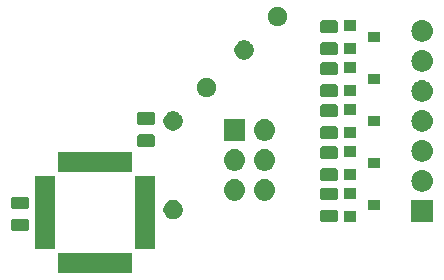
<source format=gbr>
G04 #@! TF.GenerationSoftware,KiCad,Pcbnew,(5.1.4)-1*
G04 #@! TF.CreationDate,2020-04-18T17:13:35+10:00*
G04 #@! TF.ProjectId,c64-nes-adapter,6336342d-6e65-4732-9d61-646170746572,rev?*
G04 #@! TF.SameCoordinates,Original*
G04 #@! TF.FileFunction,Soldermask,Top*
G04 #@! TF.FilePolarity,Negative*
%FSLAX46Y46*%
G04 Gerber Fmt 4.6, Leading zero omitted, Abs format (unit mm)*
G04 Created by KiCad (PCBNEW (5.1.4)-1) date 2020-04-18 17:13:35*
%MOMM*%
%LPD*%
G04 APERTURE LIST*
%ADD10C,0.100000*%
G04 APERTURE END LIST*
D10*
G36*
X175465000Y-112416000D02*
G01*
X169213000Y-112416000D01*
X169213000Y-110714000D01*
X175465000Y-110714000D01*
X175465000Y-112416000D01*
X175465000Y-112416000D01*
G37*
G36*
X177440000Y-110441000D02*
G01*
X175738000Y-110441000D01*
X175738000Y-104189000D01*
X177440000Y-104189000D01*
X177440000Y-110441000D01*
X177440000Y-110441000D01*
G37*
G36*
X168940000Y-110441000D02*
G01*
X167238000Y-110441000D01*
X167238000Y-104189000D01*
X168940000Y-104189000D01*
X168940000Y-110441000D01*
X168940000Y-110441000D01*
G37*
G36*
X166573468Y-107845565D02*
G01*
X166612138Y-107857296D01*
X166647777Y-107876346D01*
X166679017Y-107901983D01*
X166704654Y-107933223D01*
X166723704Y-107968862D01*
X166735435Y-108007532D01*
X166740000Y-108053888D01*
X166740000Y-108705112D01*
X166735435Y-108751468D01*
X166723704Y-108790138D01*
X166704654Y-108825777D01*
X166679017Y-108857017D01*
X166647777Y-108882654D01*
X166612138Y-108901704D01*
X166573468Y-108913435D01*
X166527112Y-108918000D01*
X165450888Y-108918000D01*
X165404532Y-108913435D01*
X165365862Y-108901704D01*
X165330223Y-108882654D01*
X165298983Y-108857017D01*
X165273346Y-108825777D01*
X165254296Y-108790138D01*
X165242565Y-108751468D01*
X165238000Y-108705112D01*
X165238000Y-108053888D01*
X165242565Y-108007532D01*
X165254296Y-107968862D01*
X165273346Y-107933223D01*
X165298983Y-107901983D01*
X165330223Y-107876346D01*
X165365862Y-107857296D01*
X165404532Y-107845565D01*
X165450888Y-107841000D01*
X166527112Y-107841000D01*
X166573468Y-107845565D01*
X166573468Y-107845565D01*
G37*
G36*
X192735468Y-107083565D02*
G01*
X192774138Y-107095296D01*
X192809777Y-107114346D01*
X192841017Y-107139983D01*
X192866654Y-107171223D01*
X192885704Y-107206862D01*
X192897435Y-107245532D01*
X192902000Y-107291888D01*
X192902000Y-107943112D01*
X192897435Y-107989468D01*
X192885704Y-108028138D01*
X192866654Y-108063777D01*
X192841017Y-108095017D01*
X192809777Y-108120654D01*
X192774138Y-108139704D01*
X192735468Y-108151435D01*
X192689112Y-108156000D01*
X191612888Y-108156000D01*
X191566532Y-108151435D01*
X191527862Y-108139704D01*
X191492223Y-108120654D01*
X191460983Y-108095017D01*
X191435346Y-108063777D01*
X191416296Y-108028138D01*
X191404565Y-107989468D01*
X191400000Y-107943112D01*
X191400000Y-107291888D01*
X191404565Y-107245532D01*
X191416296Y-107206862D01*
X191435346Y-107171223D01*
X191460983Y-107139983D01*
X191492223Y-107114346D01*
X191527862Y-107095296D01*
X191566532Y-107083565D01*
X191612888Y-107079000D01*
X192689112Y-107079000D01*
X192735468Y-107083565D01*
X192735468Y-107083565D01*
G37*
G36*
X200926000Y-108089000D02*
G01*
X199124000Y-108089000D01*
X199124000Y-106287000D01*
X200926000Y-106287000D01*
X200926000Y-108089000D01*
X200926000Y-108089000D01*
G37*
G36*
X194446000Y-108081000D02*
G01*
X193444000Y-108081000D01*
X193444000Y-107179000D01*
X194446000Y-107179000D01*
X194446000Y-108081000D01*
X194446000Y-108081000D01*
G37*
G36*
X179180142Y-106286242D02*
G01*
X179328101Y-106347529D01*
X179461255Y-106436499D01*
X179574501Y-106549745D01*
X179663471Y-106682899D01*
X179724758Y-106830858D01*
X179756000Y-106987925D01*
X179756000Y-107148075D01*
X179724758Y-107305142D01*
X179663471Y-107453101D01*
X179574501Y-107586255D01*
X179461255Y-107699501D01*
X179328101Y-107788471D01*
X179180142Y-107849758D01*
X179023075Y-107881000D01*
X178862925Y-107881000D01*
X178705858Y-107849758D01*
X178557899Y-107788471D01*
X178424745Y-107699501D01*
X178311499Y-107586255D01*
X178222529Y-107453101D01*
X178161242Y-107305142D01*
X178130000Y-107148075D01*
X178130000Y-106987925D01*
X178161242Y-106830858D01*
X178222529Y-106682899D01*
X178311499Y-106549745D01*
X178424745Y-106436499D01*
X178557899Y-106347529D01*
X178705858Y-106286242D01*
X178862925Y-106255000D01*
X179023075Y-106255000D01*
X179180142Y-106286242D01*
X179180142Y-106286242D01*
G37*
G36*
X196446000Y-107131000D02*
G01*
X195444000Y-107131000D01*
X195444000Y-106229000D01*
X196446000Y-106229000D01*
X196446000Y-107131000D01*
X196446000Y-107131000D01*
G37*
G36*
X166573468Y-105970565D02*
G01*
X166612138Y-105982296D01*
X166647777Y-106001346D01*
X166679017Y-106026983D01*
X166704654Y-106058223D01*
X166723704Y-106093862D01*
X166735435Y-106132532D01*
X166740000Y-106178888D01*
X166740000Y-106830112D01*
X166735435Y-106876468D01*
X166723704Y-106915138D01*
X166704654Y-106950777D01*
X166679017Y-106982017D01*
X166647777Y-107007654D01*
X166612138Y-107026704D01*
X166573468Y-107038435D01*
X166527112Y-107043000D01*
X165450888Y-107043000D01*
X165404532Y-107038435D01*
X165365862Y-107026704D01*
X165330223Y-107007654D01*
X165298983Y-106982017D01*
X165273346Y-106950777D01*
X165254296Y-106915138D01*
X165242565Y-106876468D01*
X165238000Y-106830112D01*
X165238000Y-106178888D01*
X165242565Y-106132532D01*
X165254296Y-106093862D01*
X165273346Y-106058223D01*
X165298983Y-106026983D01*
X165330223Y-106001346D01*
X165365862Y-105982296D01*
X165404532Y-105970565D01*
X165450888Y-105966000D01*
X166527112Y-105966000D01*
X166573468Y-105970565D01*
X166573468Y-105970565D01*
G37*
G36*
X186800443Y-104515519D02*
G01*
X186866627Y-104522037D01*
X187036466Y-104573557D01*
X187192991Y-104657222D01*
X187228729Y-104686552D01*
X187330186Y-104769814D01*
X187413448Y-104871271D01*
X187442778Y-104907009D01*
X187526443Y-105063534D01*
X187577963Y-105233373D01*
X187595359Y-105410000D01*
X187577963Y-105586627D01*
X187526443Y-105756466D01*
X187442778Y-105912991D01*
X187413448Y-105948729D01*
X187330186Y-106050186D01*
X187251467Y-106114788D01*
X187192991Y-106162778D01*
X187158900Y-106181000D01*
X187057407Y-106235250D01*
X187036466Y-106246443D01*
X186866627Y-106297963D01*
X186800442Y-106304482D01*
X186734260Y-106311000D01*
X186645740Y-106311000D01*
X186579558Y-106304482D01*
X186513373Y-106297963D01*
X186343534Y-106246443D01*
X186322594Y-106235250D01*
X186221100Y-106181000D01*
X186187009Y-106162778D01*
X186128533Y-106114788D01*
X186049814Y-106050186D01*
X185966552Y-105948729D01*
X185937222Y-105912991D01*
X185853557Y-105756466D01*
X185802037Y-105586627D01*
X185784641Y-105410000D01*
X185802037Y-105233373D01*
X185853557Y-105063534D01*
X185937222Y-104907009D01*
X185966552Y-104871271D01*
X186049814Y-104769814D01*
X186151271Y-104686552D01*
X186187009Y-104657222D01*
X186343534Y-104573557D01*
X186513373Y-104522037D01*
X186579557Y-104515519D01*
X186645740Y-104509000D01*
X186734260Y-104509000D01*
X186800443Y-104515519D01*
X186800443Y-104515519D01*
G37*
G36*
X184260443Y-104515519D02*
G01*
X184326627Y-104522037D01*
X184496466Y-104573557D01*
X184652991Y-104657222D01*
X184688729Y-104686552D01*
X184790186Y-104769814D01*
X184873448Y-104871271D01*
X184902778Y-104907009D01*
X184986443Y-105063534D01*
X185037963Y-105233373D01*
X185055359Y-105410000D01*
X185037963Y-105586627D01*
X184986443Y-105756466D01*
X184902778Y-105912991D01*
X184873448Y-105948729D01*
X184790186Y-106050186D01*
X184711467Y-106114788D01*
X184652991Y-106162778D01*
X184618900Y-106181000D01*
X184517407Y-106235250D01*
X184496466Y-106246443D01*
X184326627Y-106297963D01*
X184260442Y-106304482D01*
X184194260Y-106311000D01*
X184105740Y-106311000D01*
X184039558Y-106304482D01*
X183973373Y-106297963D01*
X183803534Y-106246443D01*
X183782594Y-106235250D01*
X183681100Y-106181000D01*
X183647009Y-106162778D01*
X183588533Y-106114788D01*
X183509814Y-106050186D01*
X183426552Y-105948729D01*
X183397222Y-105912991D01*
X183313557Y-105756466D01*
X183262037Y-105586627D01*
X183244641Y-105410000D01*
X183262037Y-105233373D01*
X183313557Y-105063534D01*
X183397222Y-104907009D01*
X183426552Y-104871271D01*
X183509814Y-104769814D01*
X183611271Y-104686552D01*
X183647009Y-104657222D01*
X183803534Y-104573557D01*
X183973373Y-104522037D01*
X184039557Y-104515519D01*
X184105740Y-104509000D01*
X184194260Y-104509000D01*
X184260443Y-104515519D01*
X184260443Y-104515519D01*
G37*
G36*
X192735468Y-105208565D02*
G01*
X192774138Y-105220296D01*
X192809777Y-105239346D01*
X192841017Y-105264983D01*
X192866654Y-105296223D01*
X192885704Y-105331862D01*
X192897435Y-105370532D01*
X192902000Y-105416888D01*
X192902000Y-106068112D01*
X192897435Y-106114468D01*
X192885704Y-106153138D01*
X192866654Y-106188777D01*
X192841017Y-106220017D01*
X192809777Y-106245654D01*
X192774138Y-106264704D01*
X192735468Y-106276435D01*
X192689112Y-106281000D01*
X191612888Y-106281000D01*
X191566532Y-106276435D01*
X191527862Y-106264704D01*
X191492223Y-106245654D01*
X191460983Y-106220017D01*
X191435346Y-106188777D01*
X191416296Y-106153138D01*
X191404565Y-106114468D01*
X191400000Y-106068112D01*
X191400000Y-105416888D01*
X191404565Y-105370532D01*
X191416296Y-105331862D01*
X191435346Y-105296223D01*
X191460983Y-105264983D01*
X191492223Y-105239346D01*
X191527862Y-105220296D01*
X191566532Y-105208565D01*
X191612888Y-105204000D01*
X192689112Y-105204000D01*
X192735468Y-105208565D01*
X192735468Y-105208565D01*
G37*
G36*
X194446000Y-106181000D02*
G01*
X193444000Y-106181000D01*
X193444000Y-105279000D01*
X194446000Y-105279000D01*
X194446000Y-106181000D01*
X194446000Y-106181000D01*
G37*
G36*
X200135442Y-103753518D02*
G01*
X200201627Y-103760037D01*
X200371466Y-103811557D01*
X200527991Y-103895222D01*
X200553309Y-103916000D01*
X200665186Y-104007814D01*
X200748448Y-104109271D01*
X200777778Y-104145009D01*
X200861443Y-104301534D01*
X200912963Y-104471373D01*
X200930359Y-104648000D01*
X200912963Y-104824627D01*
X200861443Y-104994466D01*
X200777778Y-105150991D01*
X200748448Y-105186729D01*
X200665186Y-105288186D01*
X200565236Y-105370212D01*
X200527991Y-105400778D01*
X200490679Y-105420722D01*
X200392407Y-105473250D01*
X200371466Y-105484443D01*
X200201627Y-105535963D01*
X200135442Y-105542482D01*
X200069260Y-105549000D01*
X199980740Y-105549000D01*
X199914558Y-105542482D01*
X199848373Y-105535963D01*
X199678534Y-105484443D01*
X199657594Y-105473250D01*
X199559321Y-105420722D01*
X199522009Y-105400778D01*
X199484764Y-105370212D01*
X199384814Y-105288186D01*
X199301552Y-105186729D01*
X199272222Y-105150991D01*
X199188557Y-104994466D01*
X199137037Y-104824627D01*
X199119641Y-104648000D01*
X199137037Y-104471373D01*
X199188557Y-104301534D01*
X199272222Y-104145009D01*
X199301552Y-104109271D01*
X199384814Y-104007814D01*
X199496691Y-103916000D01*
X199522009Y-103895222D01*
X199678534Y-103811557D01*
X199848373Y-103760037D01*
X199914558Y-103753518D01*
X199980740Y-103747000D01*
X200069260Y-103747000D01*
X200135442Y-103753518D01*
X200135442Y-103753518D01*
G37*
G36*
X192735468Y-103576065D02*
G01*
X192774138Y-103587796D01*
X192809777Y-103606846D01*
X192841017Y-103632483D01*
X192866654Y-103663723D01*
X192885704Y-103699362D01*
X192897435Y-103738032D01*
X192902000Y-103784388D01*
X192902000Y-104435612D01*
X192897435Y-104481968D01*
X192885704Y-104520638D01*
X192866654Y-104556277D01*
X192841017Y-104587517D01*
X192809777Y-104613154D01*
X192774138Y-104632204D01*
X192735468Y-104643935D01*
X192689112Y-104648500D01*
X191612888Y-104648500D01*
X191566532Y-104643935D01*
X191527862Y-104632204D01*
X191492223Y-104613154D01*
X191460983Y-104587517D01*
X191435346Y-104556277D01*
X191416296Y-104520638D01*
X191404565Y-104481968D01*
X191400000Y-104435612D01*
X191400000Y-103784388D01*
X191404565Y-103738032D01*
X191416296Y-103699362D01*
X191435346Y-103663723D01*
X191460983Y-103632483D01*
X191492223Y-103606846D01*
X191527862Y-103587796D01*
X191566532Y-103576065D01*
X191612888Y-103571500D01*
X192689112Y-103571500D01*
X192735468Y-103576065D01*
X192735468Y-103576065D01*
G37*
G36*
X194446000Y-104525000D02*
G01*
X193444000Y-104525000D01*
X193444000Y-103623000D01*
X194446000Y-103623000D01*
X194446000Y-104525000D01*
X194446000Y-104525000D01*
G37*
G36*
X175465000Y-103916000D02*
G01*
X169213000Y-103916000D01*
X169213000Y-102214000D01*
X175465000Y-102214000D01*
X175465000Y-103916000D01*
X175465000Y-103916000D01*
G37*
G36*
X186800442Y-101975518D02*
G01*
X186866627Y-101982037D01*
X187036466Y-102033557D01*
X187192991Y-102117222D01*
X187228729Y-102146552D01*
X187330186Y-102229814D01*
X187413448Y-102331271D01*
X187442778Y-102367009D01*
X187526443Y-102523534D01*
X187577963Y-102693373D01*
X187595359Y-102870000D01*
X187577963Y-103046627D01*
X187526443Y-103216466D01*
X187442778Y-103372991D01*
X187413448Y-103408729D01*
X187330186Y-103510186D01*
X187230500Y-103591995D01*
X187192991Y-103622778D01*
X187036466Y-103706443D01*
X186866627Y-103757963D01*
X186800443Y-103764481D01*
X186734260Y-103771000D01*
X186645740Y-103771000D01*
X186579557Y-103764481D01*
X186513373Y-103757963D01*
X186343534Y-103706443D01*
X186187009Y-103622778D01*
X186149500Y-103591995D01*
X186049814Y-103510186D01*
X185966552Y-103408729D01*
X185937222Y-103372991D01*
X185853557Y-103216466D01*
X185802037Y-103046627D01*
X185784641Y-102870000D01*
X185802037Y-102693373D01*
X185853557Y-102523534D01*
X185937222Y-102367009D01*
X185966552Y-102331271D01*
X186049814Y-102229814D01*
X186151271Y-102146552D01*
X186187009Y-102117222D01*
X186343534Y-102033557D01*
X186513373Y-101982037D01*
X186579558Y-101975518D01*
X186645740Y-101969000D01*
X186734260Y-101969000D01*
X186800442Y-101975518D01*
X186800442Y-101975518D01*
G37*
G36*
X184260442Y-101975518D02*
G01*
X184326627Y-101982037D01*
X184496466Y-102033557D01*
X184652991Y-102117222D01*
X184688729Y-102146552D01*
X184790186Y-102229814D01*
X184873448Y-102331271D01*
X184902778Y-102367009D01*
X184986443Y-102523534D01*
X185037963Y-102693373D01*
X185055359Y-102870000D01*
X185037963Y-103046627D01*
X184986443Y-103216466D01*
X184902778Y-103372991D01*
X184873448Y-103408729D01*
X184790186Y-103510186D01*
X184690500Y-103591995D01*
X184652991Y-103622778D01*
X184496466Y-103706443D01*
X184326627Y-103757963D01*
X184260443Y-103764481D01*
X184194260Y-103771000D01*
X184105740Y-103771000D01*
X184039557Y-103764481D01*
X183973373Y-103757963D01*
X183803534Y-103706443D01*
X183647009Y-103622778D01*
X183609500Y-103591995D01*
X183509814Y-103510186D01*
X183426552Y-103408729D01*
X183397222Y-103372991D01*
X183313557Y-103216466D01*
X183262037Y-103046627D01*
X183244641Y-102870000D01*
X183262037Y-102693373D01*
X183313557Y-102523534D01*
X183397222Y-102367009D01*
X183426552Y-102331271D01*
X183509814Y-102229814D01*
X183611271Y-102146552D01*
X183647009Y-102117222D01*
X183803534Y-102033557D01*
X183973373Y-101982037D01*
X184039558Y-101975518D01*
X184105740Y-101969000D01*
X184194260Y-101969000D01*
X184260442Y-101975518D01*
X184260442Y-101975518D01*
G37*
G36*
X196446000Y-103575000D02*
G01*
X195444000Y-103575000D01*
X195444000Y-102673000D01*
X196446000Y-102673000D01*
X196446000Y-103575000D01*
X196446000Y-103575000D01*
G37*
G36*
X200135442Y-101213518D02*
G01*
X200201627Y-101220037D01*
X200371466Y-101271557D01*
X200527991Y-101355222D01*
X200563729Y-101384552D01*
X200665186Y-101467814D01*
X200748448Y-101569271D01*
X200777778Y-101605009D01*
X200861443Y-101761534D01*
X200912963Y-101931373D01*
X200930359Y-102108000D01*
X200912963Y-102284627D01*
X200861443Y-102454466D01*
X200777778Y-102610991D01*
X200766281Y-102625000D01*
X200665186Y-102748186D01*
X200563729Y-102831448D01*
X200527991Y-102860778D01*
X200371466Y-102944443D01*
X200201627Y-102995963D01*
X200135443Y-103002481D01*
X200069260Y-103009000D01*
X199980740Y-103009000D01*
X199914558Y-103002482D01*
X199848373Y-102995963D01*
X199678534Y-102944443D01*
X199522009Y-102860778D01*
X199486271Y-102831448D01*
X199384814Y-102748186D01*
X199283719Y-102625000D01*
X199272222Y-102610991D01*
X199188557Y-102454466D01*
X199137037Y-102284627D01*
X199119641Y-102108000D01*
X199137037Y-101931373D01*
X199188557Y-101761534D01*
X199272222Y-101605009D01*
X199301552Y-101569271D01*
X199384814Y-101467814D01*
X199486271Y-101384552D01*
X199522009Y-101355222D01*
X199678534Y-101271557D01*
X199848373Y-101220037D01*
X199914557Y-101213519D01*
X199980740Y-101207000D01*
X200069260Y-101207000D01*
X200135442Y-101213518D01*
X200135442Y-101213518D01*
G37*
G36*
X192735468Y-101701065D02*
G01*
X192774138Y-101712796D01*
X192809777Y-101731846D01*
X192841017Y-101757483D01*
X192866654Y-101788723D01*
X192885704Y-101824362D01*
X192897435Y-101863032D01*
X192902000Y-101909388D01*
X192902000Y-102560612D01*
X192897435Y-102606968D01*
X192885704Y-102645638D01*
X192866654Y-102681277D01*
X192841017Y-102712517D01*
X192809777Y-102738154D01*
X192774138Y-102757204D01*
X192735468Y-102768935D01*
X192689112Y-102773500D01*
X191612888Y-102773500D01*
X191566532Y-102768935D01*
X191527862Y-102757204D01*
X191492223Y-102738154D01*
X191460983Y-102712517D01*
X191435346Y-102681277D01*
X191416296Y-102645638D01*
X191404565Y-102606968D01*
X191400000Y-102560612D01*
X191400000Y-101909388D01*
X191404565Y-101863032D01*
X191416296Y-101824362D01*
X191435346Y-101788723D01*
X191460983Y-101757483D01*
X191492223Y-101731846D01*
X191527862Y-101712796D01*
X191566532Y-101701065D01*
X191612888Y-101696500D01*
X192689112Y-101696500D01*
X192735468Y-101701065D01*
X192735468Y-101701065D01*
G37*
G36*
X194446000Y-102625000D02*
G01*
X193444000Y-102625000D01*
X193444000Y-101723000D01*
X194446000Y-101723000D01*
X194446000Y-102625000D01*
X194446000Y-102625000D01*
G37*
G36*
X177241468Y-100685065D02*
G01*
X177280138Y-100696796D01*
X177315777Y-100715846D01*
X177347017Y-100741483D01*
X177372654Y-100772723D01*
X177391704Y-100808362D01*
X177403435Y-100847032D01*
X177408000Y-100893388D01*
X177408000Y-101544612D01*
X177403435Y-101590968D01*
X177391704Y-101629638D01*
X177372654Y-101665277D01*
X177347017Y-101696517D01*
X177315777Y-101722154D01*
X177280138Y-101741204D01*
X177241468Y-101752935D01*
X177195112Y-101757500D01*
X176118888Y-101757500D01*
X176072532Y-101752935D01*
X176033862Y-101741204D01*
X175998223Y-101722154D01*
X175966983Y-101696517D01*
X175941346Y-101665277D01*
X175922296Y-101629638D01*
X175910565Y-101590968D01*
X175906000Y-101544612D01*
X175906000Y-100893388D01*
X175910565Y-100847032D01*
X175922296Y-100808362D01*
X175941346Y-100772723D01*
X175966983Y-100741483D01*
X175998223Y-100715846D01*
X176033862Y-100696796D01*
X176072532Y-100685065D01*
X176118888Y-100680500D01*
X177195112Y-100680500D01*
X177241468Y-100685065D01*
X177241468Y-100685065D01*
G37*
G36*
X185051000Y-101231000D02*
G01*
X183249000Y-101231000D01*
X183249000Y-99429000D01*
X185051000Y-99429000D01*
X185051000Y-101231000D01*
X185051000Y-101231000D01*
G37*
G36*
X186800443Y-99435519D02*
G01*
X186866627Y-99442037D01*
X187036466Y-99493557D01*
X187192991Y-99577222D01*
X187228729Y-99606552D01*
X187330186Y-99689814D01*
X187412633Y-99790277D01*
X187442778Y-99827009D01*
X187526443Y-99983534D01*
X187577963Y-100153373D01*
X187595359Y-100330000D01*
X187577963Y-100506627D01*
X187526443Y-100676466D01*
X187442778Y-100832991D01*
X187413448Y-100868729D01*
X187330186Y-100970186D01*
X187228729Y-101053448D01*
X187192991Y-101082778D01*
X187036466Y-101166443D01*
X186866627Y-101217963D01*
X186800443Y-101224481D01*
X186734260Y-101231000D01*
X186645740Y-101231000D01*
X186579558Y-101224482D01*
X186513373Y-101217963D01*
X186343534Y-101166443D01*
X186187009Y-101082778D01*
X186151271Y-101053448D01*
X186049814Y-100970186D01*
X185966552Y-100868729D01*
X185937222Y-100832991D01*
X185853557Y-100676466D01*
X185802037Y-100506627D01*
X185784641Y-100330000D01*
X185802037Y-100153373D01*
X185853557Y-99983534D01*
X185937222Y-99827009D01*
X185967367Y-99790277D01*
X186049814Y-99689814D01*
X186151271Y-99606552D01*
X186187009Y-99577222D01*
X186343534Y-99493557D01*
X186513373Y-99442037D01*
X186579558Y-99435518D01*
X186645740Y-99429000D01*
X186734260Y-99429000D01*
X186800443Y-99435519D01*
X186800443Y-99435519D01*
G37*
G36*
X192735468Y-100020065D02*
G01*
X192774138Y-100031796D01*
X192809777Y-100050846D01*
X192841017Y-100076483D01*
X192866654Y-100107723D01*
X192885704Y-100143362D01*
X192897435Y-100182032D01*
X192902000Y-100228388D01*
X192902000Y-100879612D01*
X192897435Y-100925968D01*
X192885704Y-100964638D01*
X192866654Y-101000277D01*
X192841017Y-101031517D01*
X192809777Y-101057154D01*
X192774138Y-101076204D01*
X192735468Y-101087935D01*
X192689112Y-101092500D01*
X191612888Y-101092500D01*
X191566532Y-101087935D01*
X191527862Y-101076204D01*
X191492223Y-101057154D01*
X191460983Y-101031517D01*
X191435346Y-101000277D01*
X191416296Y-100964638D01*
X191404565Y-100925968D01*
X191400000Y-100879612D01*
X191400000Y-100228388D01*
X191404565Y-100182032D01*
X191416296Y-100143362D01*
X191435346Y-100107723D01*
X191460983Y-100076483D01*
X191492223Y-100050846D01*
X191527862Y-100031796D01*
X191566532Y-100020065D01*
X191612888Y-100015500D01*
X192689112Y-100015500D01*
X192735468Y-100020065D01*
X192735468Y-100020065D01*
G37*
G36*
X194446000Y-100969000D02*
G01*
X193444000Y-100969000D01*
X193444000Y-100067000D01*
X194446000Y-100067000D01*
X194446000Y-100969000D01*
X194446000Y-100969000D01*
G37*
G36*
X200135442Y-98673518D02*
G01*
X200201627Y-98680037D01*
X200371466Y-98731557D01*
X200527991Y-98815222D01*
X200559214Y-98840846D01*
X200665186Y-98927814D01*
X200739517Y-99018388D01*
X200777778Y-99065009D01*
X200861443Y-99221534D01*
X200912963Y-99391373D01*
X200930359Y-99568000D01*
X200912963Y-99744627D01*
X200861443Y-99914466D01*
X200777778Y-100070991D01*
X200748448Y-100106729D01*
X200665186Y-100208186D01*
X200571891Y-100284750D01*
X200527991Y-100320778D01*
X200371466Y-100404443D01*
X200201627Y-100455963D01*
X200135442Y-100462482D01*
X200069260Y-100469000D01*
X199980740Y-100469000D01*
X199914557Y-100462481D01*
X199848373Y-100455963D01*
X199678534Y-100404443D01*
X199522009Y-100320778D01*
X199478109Y-100284750D01*
X199384814Y-100208186D01*
X199301552Y-100106729D01*
X199272222Y-100070991D01*
X199188557Y-99914466D01*
X199137037Y-99744627D01*
X199119641Y-99568000D01*
X199137037Y-99391373D01*
X199188557Y-99221534D01*
X199272222Y-99065009D01*
X199310483Y-99018388D01*
X199384814Y-98927814D01*
X199490786Y-98840846D01*
X199522009Y-98815222D01*
X199678534Y-98731557D01*
X199848373Y-98680037D01*
X199914558Y-98673518D01*
X199980740Y-98667000D01*
X200069260Y-98667000D01*
X200135442Y-98673518D01*
X200135442Y-98673518D01*
G37*
G36*
X179180142Y-98786242D02*
G01*
X179328101Y-98847529D01*
X179461255Y-98936499D01*
X179574501Y-99049745D01*
X179663471Y-99182899D01*
X179724758Y-99330858D01*
X179756000Y-99487925D01*
X179756000Y-99648075D01*
X179724758Y-99805142D01*
X179663471Y-99953101D01*
X179574501Y-100086255D01*
X179461255Y-100199501D01*
X179328101Y-100288471D01*
X179180142Y-100349758D01*
X179023075Y-100381000D01*
X178862925Y-100381000D01*
X178705858Y-100349758D01*
X178557899Y-100288471D01*
X178424745Y-100199501D01*
X178311499Y-100086255D01*
X178222529Y-99953101D01*
X178161242Y-99805142D01*
X178130000Y-99648075D01*
X178130000Y-99487925D01*
X178161242Y-99330858D01*
X178222529Y-99182899D01*
X178311499Y-99049745D01*
X178424745Y-98936499D01*
X178557899Y-98847529D01*
X178705858Y-98786242D01*
X178862925Y-98755000D01*
X179023075Y-98755000D01*
X179180142Y-98786242D01*
X179180142Y-98786242D01*
G37*
G36*
X196446000Y-100019000D02*
G01*
X195444000Y-100019000D01*
X195444000Y-99117000D01*
X196446000Y-99117000D01*
X196446000Y-100019000D01*
X196446000Y-100019000D01*
G37*
G36*
X177241468Y-98810065D02*
G01*
X177280138Y-98821796D01*
X177315777Y-98840846D01*
X177347017Y-98866483D01*
X177372654Y-98897723D01*
X177391704Y-98933362D01*
X177403435Y-98972032D01*
X177408000Y-99018388D01*
X177408000Y-99669612D01*
X177403435Y-99715968D01*
X177391704Y-99754638D01*
X177372654Y-99790277D01*
X177347017Y-99821517D01*
X177315777Y-99847154D01*
X177280138Y-99866204D01*
X177241468Y-99877935D01*
X177195112Y-99882500D01*
X176118888Y-99882500D01*
X176072532Y-99877935D01*
X176033862Y-99866204D01*
X175998223Y-99847154D01*
X175966983Y-99821517D01*
X175941346Y-99790277D01*
X175922296Y-99754638D01*
X175910565Y-99715968D01*
X175906000Y-99669612D01*
X175906000Y-99018388D01*
X175910565Y-98972032D01*
X175922296Y-98933362D01*
X175941346Y-98897723D01*
X175966983Y-98866483D01*
X175998223Y-98840846D01*
X176033862Y-98821796D01*
X176072532Y-98810065D01*
X176118888Y-98805500D01*
X177195112Y-98805500D01*
X177241468Y-98810065D01*
X177241468Y-98810065D01*
G37*
G36*
X192735468Y-98145065D02*
G01*
X192774138Y-98156796D01*
X192809777Y-98175846D01*
X192841017Y-98201483D01*
X192866654Y-98232723D01*
X192885704Y-98268362D01*
X192897435Y-98307032D01*
X192902000Y-98353388D01*
X192902000Y-99004612D01*
X192897435Y-99050968D01*
X192885704Y-99089638D01*
X192866654Y-99125277D01*
X192841017Y-99156517D01*
X192809777Y-99182154D01*
X192774138Y-99201204D01*
X192735468Y-99212935D01*
X192689112Y-99217500D01*
X191612888Y-99217500D01*
X191566532Y-99212935D01*
X191527862Y-99201204D01*
X191492223Y-99182154D01*
X191460983Y-99156517D01*
X191435346Y-99125277D01*
X191416296Y-99089638D01*
X191404565Y-99050968D01*
X191400000Y-99004612D01*
X191400000Y-98353388D01*
X191404565Y-98307032D01*
X191416296Y-98268362D01*
X191435346Y-98232723D01*
X191460983Y-98201483D01*
X191492223Y-98175846D01*
X191527862Y-98156796D01*
X191566532Y-98145065D01*
X191612888Y-98140500D01*
X192689112Y-98140500D01*
X192735468Y-98145065D01*
X192735468Y-98145065D01*
G37*
G36*
X194446000Y-99069000D02*
G01*
X193444000Y-99069000D01*
X193444000Y-98167000D01*
X194446000Y-98167000D01*
X194446000Y-99069000D01*
X194446000Y-99069000D01*
G37*
G36*
X200135443Y-96133519D02*
G01*
X200201627Y-96140037D01*
X200371466Y-96191557D01*
X200371468Y-96191558D01*
X200449729Y-96233390D01*
X200527991Y-96275222D01*
X200563729Y-96304552D01*
X200665186Y-96387814D01*
X200728262Y-96464674D01*
X200777778Y-96525009D01*
X200861443Y-96681534D01*
X200912963Y-96851373D01*
X200930359Y-97028000D01*
X200912963Y-97204627D01*
X200861443Y-97374466D01*
X200777778Y-97530991D01*
X200760066Y-97552573D01*
X200665186Y-97668186D01*
X200563729Y-97751448D01*
X200527991Y-97780778D01*
X200371466Y-97864443D01*
X200201627Y-97915963D01*
X200135442Y-97922482D01*
X200069260Y-97929000D01*
X199980740Y-97929000D01*
X199914558Y-97922482D01*
X199848373Y-97915963D01*
X199678534Y-97864443D01*
X199522009Y-97780778D01*
X199486271Y-97751448D01*
X199384814Y-97668186D01*
X199289934Y-97552573D01*
X199272222Y-97530991D01*
X199188557Y-97374466D01*
X199137037Y-97204627D01*
X199119641Y-97028000D01*
X199137037Y-96851373D01*
X199188557Y-96681534D01*
X199272222Y-96525009D01*
X199321738Y-96464674D01*
X199384814Y-96387814D01*
X199486271Y-96304552D01*
X199522009Y-96275222D01*
X199600272Y-96233389D01*
X199678532Y-96191558D01*
X199678534Y-96191557D01*
X199848373Y-96140037D01*
X199914557Y-96133519D01*
X199980740Y-96127000D01*
X200069260Y-96127000D01*
X200135443Y-96133519D01*
X200135443Y-96133519D01*
G37*
G36*
X182008569Y-95957815D02*
G01*
X182156528Y-96019102D01*
X182289682Y-96108072D01*
X182402928Y-96221318D01*
X182491898Y-96354472D01*
X182553185Y-96502431D01*
X182584427Y-96659498D01*
X182584427Y-96819648D01*
X182553185Y-96976715D01*
X182491898Y-97124674D01*
X182402928Y-97257828D01*
X182289682Y-97371074D01*
X182156528Y-97460044D01*
X182008569Y-97521331D01*
X181851502Y-97552573D01*
X181691352Y-97552573D01*
X181534285Y-97521331D01*
X181386326Y-97460044D01*
X181253172Y-97371074D01*
X181139926Y-97257828D01*
X181050956Y-97124674D01*
X180989669Y-96976715D01*
X180958427Y-96819648D01*
X180958427Y-96659498D01*
X180989669Y-96502431D01*
X181050956Y-96354472D01*
X181139926Y-96221318D01*
X181253172Y-96108072D01*
X181386326Y-96019102D01*
X181534285Y-95957815D01*
X181691352Y-95926573D01*
X181851502Y-95926573D01*
X182008569Y-95957815D01*
X182008569Y-95957815D01*
G37*
G36*
X192735468Y-96464065D02*
G01*
X192774138Y-96475796D01*
X192809777Y-96494846D01*
X192841017Y-96520483D01*
X192866654Y-96551723D01*
X192885704Y-96587362D01*
X192897435Y-96626032D01*
X192902000Y-96672388D01*
X192902000Y-97323612D01*
X192897435Y-97369968D01*
X192885704Y-97408638D01*
X192866654Y-97444277D01*
X192841017Y-97475517D01*
X192809777Y-97501154D01*
X192774138Y-97520204D01*
X192735468Y-97531935D01*
X192689112Y-97536500D01*
X191612888Y-97536500D01*
X191566532Y-97531935D01*
X191527862Y-97520204D01*
X191492223Y-97501154D01*
X191460983Y-97475517D01*
X191435346Y-97444277D01*
X191416296Y-97408638D01*
X191404565Y-97369968D01*
X191400000Y-97323612D01*
X191400000Y-96672388D01*
X191404565Y-96626032D01*
X191416296Y-96587362D01*
X191435346Y-96551723D01*
X191460983Y-96520483D01*
X191492223Y-96494846D01*
X191527862Y-96475796D01*
X191566532Y-96464065D01*
X191612888Y-96459500D01*
X192689112Y-96459500D01*
X192735468Y-96464065D01*
X192735468Y-96464065D01*
G37*
G36*
X194446000Y-97413000D02*
G01*
X193444000Y-97413000D01*
X193444000Y-96511000D01*
X194446000Y-96511000D01*
X194446000Y-97413000D01*
X194446000Y-97413000D01*
G37*
G36*
X196446000Y-96463000D02*
G01*
X195444000Y-96463000D01*
X195444000Y-95561000D01*
X196446000Y-95561000D01*
X196446000Y-96463000D01*
X196446000Y-96463000D01*
G37*
G36*
X192735468Y-94589065D02*
G01*
X192774138Y-94600796D01*
X192809777Y-94619846D01*
X192841017Y-94645483D01*
X192866654Y-94676723D01*
X192885704Y-94712362D01*
X192897435Y-94751032D01*
X192902000Y-94797388D01*
X192902000Y-95448612D01*
X192897435Y-95494968D01*
X192885704Y-95533638D01*
X192866654Y-95569277D01*
X192841017Y-95600517D01*
X192809777Y-95626154D01*
X192774138Y-95645204D01*
X192735468Y-95656935D01*
X192689112Y-95661500D01*
X191612888Y-95661500D01*
X191566532Y-95656935D01*
X191527862Y-95645204D01*
X191492223Y-95626154D01*
X191460983Y-95600517D01*
X191435346Y-95569277D01*
X191416296Y-95533638D01*
X191404565Y-95494968D01*
X191400000Y-95448612D01*
X191400000Y-94797388D01*
X191404565Y-94751032D01*
X191416296Y-94712362D01*
X191435346Y-94676723D01*
X191460983Y-94645483D01*
X191492223Y-94619846D01*
X191527862Y-94600796D01*
X191566532Y-94589065D01*
X191612888Y-94584500D01*
X192689112Y-94584500D01*
X192735468Y-94589065D01*
X192735468Y-94589065D01*
G37*
G36*
X194446000Y-95513000D02*
G01*
X193444000Y-95513000D01*
X193444000Y-94611000D01*
X194446000Y-94611000D01*
X194446000Y-95513000D01*
X194446000Y-95513000D01*
G37*
G36*
X200135442Y-93593518D02*
G01*
X200201627Y-93600037D01*
X200371466Y-93651557D01*
X200527991Y-93735222D01*
X200562786Y-93763778D01*
X200665186Y-93847814D01*
X200743050Y-93942693D01*
X200777778Y-93985009D01*
X200861443Y-94141534D01*
X200912963Y-94311373D01*
X200930359Y-94488000D01*
X200912963Y-94664627D01*
X200861443Y-94834466D01*
X200777778Y-94990991D01*
X200748448Y-95026729D01*
X200665186Y-95128186D01*
X200563729Y-95211448D01*
X200527991Y-95240778D01*
X200371466Y-95324443D01*
X200201627Y-95375963D01*
X200135443Y-95382481D01*
X200069260Y-95389000D01*
X199980740Y-95389000D01*
X199914557Y-95382481D01*
X199848373Y-95375963D01*
X199678534Y-95324443D01*
X199522009Y-95240778D01*
X199486271Y-95211448D01*
X199384814Y-95128186D01*
X199301552Y-95026729D01*
X199272222Y-94990991D01*
X199188557Y-94834466D01*
X199137037Y-94664627D01*
X199119641Y-94488000D01*
X199137037Y-94311373D01*
X199188557Y-94141534D01*
X199272222Y-93985009D01*
X199306950Y-93942693D01*
X199384814Y-93847814D01*
X199487214Y-93763778D01*
X199522009Y-93735222D01*
X199678534Y-93651557D01*
X199848373Y-93600037D01*
X199914557Y-93593519D01*
X199980740Y-93587000D01*
X200069260Y-93587000D01*
X200135442Y-93593518D01*
X200135442Y-93593518D01*
G37*
G36*
X185190549Y-92775835D02*
G01*
X185338508Y-92837122D01*
X185471662Y-92926092D01*
X185584908Y-93039338D01*
X185673878Y-93172492D01*
X185735165Y-93320451D01*
X185766407Y-93477518D01*
X185766407Y-93637668D01*
X185735165Y-93794735D01*
X185673878Y-93942694D01*
X185584908Y-94075848D01*
X185471662Y-94189094D01*
X185338508Y-94278064D01*
X185190549Y-94339351D01*
X185033482Y-94370593D01*
X184873332Y-94370593D01*
X184716265Y-94339351D01*
X184568306Y-94278064D01*
X184435152Y-94189094D01*
X184321906Y-94075848D01*
X184232936Y-93942694D01*
X184171649Y-93794735D01*
X184140407Y-93637668D01*
X184140407Y-93477518D01*
X184171649Y-93320451D01*
X184232936Y-93172492D01*
X184321906Y-93039338D01*
X184435152Y-92926092D01*
X184568306Y-92837122D01*
X184716265Y-92775835D01*
X184873332Y-92744593D01*
X185033482Y-92744593D01*
X185190549Y-92775835D01*
X185190549Y-92775835D01*
G37*
G36*
X192735468Y-92908065D02*
G01*
X192774138Y-92919796D01*
X192809777Y-92938846D01*
X192841017Y-92964483D01*
X192866654Y-92995723D01*
X192885704Y-93031362D01*
X192897435Y-93070032D01*
X192902000Y-93116388D01*
X192902000Y-93767612D01*
X192897435Y-93813968D01*
X192885704Y-93852638D01*
X192866654Y-93888277D01*
X192841017Y-93919517D01*
X192809777Y-93945154D01*
X192774138Y-93964204D01*
X192735468Y-93975935D01*
X192689112Y-93980500D01*
X191612888Y-93980500D01*
X191566532Y-93975935D01*
X191527862Y-93964204D01*
X191492223Y-93945154D01*
X191460983Y-93919517D01*
X191435346Y-93888277D01*
X191416296Y-93852638D01*
X191404565Y-93813968D01*
X191400000Y-93767612D01*
X191400000Y-93116388D01*
X191404565Y-93070032D01*
X191416296Y-93031362D01*
X191435346Y-92995723D01*
X191460983Y-92964483D01*
X191492223Y-92938846D01*
X191527862Y-92919796D01*
X191566532Y-92908065D01*
X191612888Y-92903500D01*
X192689112Y-92903500D01*
X192735468Y-92908065D01*
X192735468Y-92908065D01*
G37*
G36*
X194446000Y-93857000D02*
G01*
X193444000Y-93857000D01*
X193444000Y-92955000D01*
X194446000Y-92955000D01*
X194446000Y-93857000D01*
X194446000Y-93857000D01*
G37*
G36*
X196446000Y-92907000D02*
G01*
X195444000Y-92907000D01*
X195444000Y-92005000D01*
X196446000Y-92005000D01*
X196446000Y-92907000D01*
X196446000Y-92907000D01*
G37*
G36*
X200135442Y-91053518D02*
G01*
X200201627Y-91060037D01*
X200371466Y-91111557D01*
X200527991Y-91195222D01*
X200563729Y-91224552D01*
X200665186Y-91307814D01*
X200748448Y-91409271D01*
X200777778Y-91445009D01*
X200861443Y-91601534D01*
X200912963Y-91771373D01*
X200930359Y-91948000D01*
X200912963Y-92124627D01*
X200861443Y-92294466D01*
X200777778Y-92450991D01*
X200748448Y-92486729D01*
X200665186Y-92588186D01*
X200563729Y-92671448D01*
X200527991Y-92700778D01*
X200527989Y-92700779D01*
X200387569Y-92775836D01*
X200371466Y-92784443D01*
X200201627Y-92835963D01*
X200135442Y-92842482D01*
X200069260Y-92849000D01*
X199980740Y-92849000D01*
X199914558Y-92842482D01*
X199848373Y-92835963D01*
X199678534Y-92784443D01*
X199662432Y-92775836D01*
X199522011Y-92700779D01*
X199522009Y-92700778D01*
X199486271Y-92671448D01*
X199384814Y-92588186D01*
X199301552Y-92486729D01*
X199272222Y-92450991D01*
X199188557Y-92294466D01*
X199137037Y-92124627D01*
X199119641Y-91948000D01*
X199137037Y-91771373D01*
X199188557Y-91601534D01*
X199272222Y-91445009D01*
X199301552Y-91409271D01*
X199384814Y-91307814D01*
X199486271Y-91224552D01*
X199522009Y-91195222D01*
X199678534Y-91111557D01*
X199848373Y-91060037D01*
X199914558Y-91053518D01*
X199980740Y-91047000D01*
X200069260Y-91047000D01*
X200135442Y-91053518D01*
X200135442Y-91053518D01*
G37*
G36*
X192735468Y-91033065D02*
G01*
X192774138Y-91044796D01*
X192809777Y-91063846D01*
X192841017Y-91089483D01*
X192866654Y-91120723D01*
X192885704Y-91156362D01*
X192897435Y-91195032D01*
X192902000Y-91241388D01*
X192902000Y-91892612D01*
X192897435Y-91938968D01*
X192885704Y-91977638D01*
X192866654Y-92013277D01*
X192841017Y-92044517D01*
X192809777Y-92070154D01*
X192774138Y-92089204D01*
X192735468Y-92100935D01*
X192689112Y-92105500D01*
X191612888Y-92105500D01*
X191566532Y-92100935D01*
X191527862Y-92089204D01*
X191492223Y-92070154D01*
X191460983Y-92044517D01*
X191435346Y-92013277D01*
X191416296Y-91977638D01*
X191404565Y-91938968D01*
X191400000Y-91892612D01*
X191400000Y-91241388D01*
X191404565Y-91195032D01*
X191416296Y-91156362D01*
X191435346Y-91120723D01*
X191460983Y-91089483D01*
X191492223Y-91063846D01*
X191527862Y-91044796D01*
X191566532Y-91033065D01*
X191612888Y-91028500D01*
X192689112Y-91028500D01*
X192735468Y-91033065D01*
X192735468Y-91033065D01*
G37*
G36*
X194446000Y-91957000D02*
G01*
X193444000Y-91957000D01*
X193444000Y-91055000D01*
X194446000Y-91055000D01*
X194446000Y-91957000D01*
X194446000Y-91957000D01*
G37*
G36*
X188018976Y-89947408D02*
G01*
X188166935Y-90008695D01*
X188300089Y-90097665D01*
X188413335Y-90210911D01*
X188502305Y-90344065D01*
X188563592Y-90492024D01*
X188594834Y-90649091D01*
X188594834Y-90809241D01*
X188563592Y-90966308D01*
X188502305Y-91114267D01*
X188413335Y-91247421D01*
X188300089Y-91360667D01*
X188166935Y-91449637D01*
X188018976Y-91510924D01*
X187861909Y-91542166D01*
X187701759Y-91542166D01*
X187544692Y-91510924D01*
X187396733Y-91449637D01*
X187263579Y-91360667D01*
X187150333Y-91247421D01*
X187061363Y-91114267D01*
X187000076Y-90966308D01*
X186968834Y-90809241D01*
X186968834Y-90649091D01*
X187000076Y-90492024D01*
X187061363Y-90344065D01*
X187150333Y-90210911D01*
X187263579Y-90097665D01*
X187396733Y-90008695D01*
X187544692Y-89947408D01*
X187701759Y-89916166D01*
X187861909Y-89916166D01*
X188018976Y-89947408D01*
X188018976Y-89947408D01*
G37*
M02*

</source>
